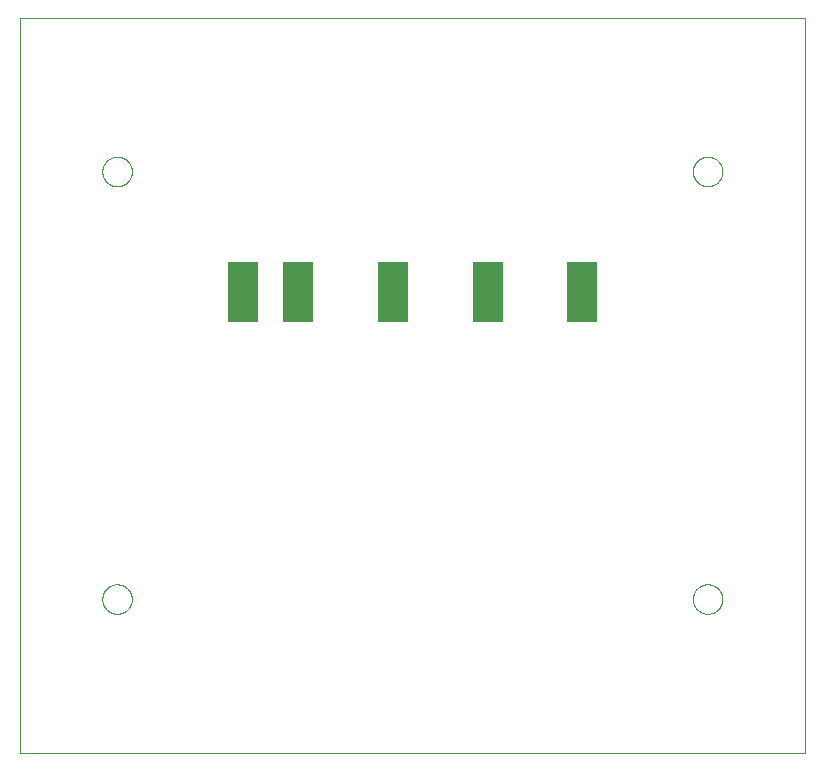
<source format=gbp>
G75*
%MOIN*%
%OFA0B0*%
%FSLAX25Y25*%
%IPPOS*%
%LPD*%
%AMOC8*
5,1,8,0,0,1.08239X$1,22.5*
%
%ADD10C,0.00000*%
%ADD11R,0.10000X0.20000*%
D10*
X0001000Y0010394D02*
X0001000Y0255276D01*
X0262811Y0255276D01*
X0262811Y0010394D01*
X0001000Y0010394D01*
X0028559Y0061575D02*
X0028561Y0061715D01*
X0028567Y0061855D01*
X0028577Y0061994D01*
X0028591Y0062133D01*
X0028609Y0062272D01*
X0028630Y0062410D01*
X0028656Y0062548D01*
X0028686Y0062685D01*
X0028719Y0062820D01*
X0028757Y0062955D01*
X0028798Y0063089D01*
X0028843Y0063222D01*
X0028891Y0063353D01*
X0028944Y0063482D01*
X0029000Y0063611D01*
X0029059Y0063737D01*
X0029123Y0063862D01*
X0029189Y0063985D01*
X0029260Y0064106D01*
X0029333Y0064225D01*
X0029410Y0064342D01*
X0029491Y0064456D01*
X0029574Y0064568D01*
X0029661Y0064678D01*
X0029751Y0064786D01*
X0029843Y0064890D01*
X0029939Y0064992D01*
X0030038Y0065092D01*
X0030139Y0065188D01*
X0030243Y0065282D01*
X0030350Y0065372D01*
X0030459Y0065459D01*
X0030571Y0065544D01*
X0030685Y0065625D01*
X0030801Y0065703D01*
X0030919Y0065777D01*
X0031040Y0065848D01*
X0031162Y0065916D01*
X0031287Y0065980D01*
X0031413Y0066041D01*
X0031540Y0066098D01*
X0031670Y0066151D01*
X0031801Y0066201D01*
X0031933Y0066246D01*
X0032066Y0066289D01*
X0032201Y0066327D01*
X0032336Y0066361D01*
X0032473Y0066392D01*
X0032610Y0066419D01*
X0032748Y0066441D01*
X0032887Y0066460D01*
X0033026Y0066475D01*
X0033165Y0066486D01*
X0033305Y0066493D01*
X0033445Y0066496D01*
X0033585Y0066495D01*
X0033725Y0066490D01*
X0033864Y0066481D01*
X0034004Y0066468D01*
X0034143Y0066451D01*
X0034281Y0066430D01*
X0034419Y0066406D01*
X0034556Y0066377D01*
X0034692Y0066345D01*
X0034827Y0066308D01*
X0034961Y0066268D01*
X0035094Y0066224D01*
X0035225Y0066176D01*
X0035355Y0066125D01*
X0035484Y0066070D01*
X0035611Y0066011D01*
X0035736Y0065948D01*
X0035859Y0065883D01*
X0035981Y0065813D01*
X0036100Y0065740D01*
X0036218Y0065664D01*
X0036333Y0065585D01*
X0036446Y0065502D01*
X0036556Y0065416D01*
X0036664Y0065327D01*
X0036769Y0065235D01*
X0036872Y0065140D01*
X0036972Y0065042D01*
X0037069Y0064942D01*
X0037163Y0064838D01*
X0037255Y0064732D01*
X0037343Y0064624D01*
X0037428Y0064513D01*
X0037510Y0064399D01*
X0037589Y0064283D01*
X0037664Y0064166D01*
X0037736Y0064046D01*
X0037804Y0063924D01*
X0037869Y0063800D01*
X0037931Y0063674D01*
X0037989Y0063547D01*
X0038043Y0063418D01*
X0038094Y0063287D01*
X0038140Y0063155D01*
X0038183Y0063022D01*
X0038223Y0062888D01*
X0038258Y0062753D01*
X0038290Y0062616D01*
X0038317Y0062479D01*
X0038341Y0062341D01*
X0038361Y0062203D01*
X0038377Y0062064D01*
X0038389Y0061924D01*
X0038397Y0061785D01*
X0038401Y0061645D01*
X0038401Y0061505D01*
X0038397Y0061365D01*
X0038389Y0061226D01*
X0038377Y0061086D01*
X0038361Y0060947D01*
X0038341Y0060809D01*
X0038317Y0060671D01*
X0038290Y0060534D01*
X0038258Y0060397D01*
X0038223Y0060262D01*
X0038183Y0060128D01*
X0038140Y0059995D01*
X0038094Y0059863D01*
X0038043Y0059732D01*
X0037989Y0059603D01*
X0037931Y0059476D01*
X0037869Y0059350D01*
X0037804Y0059226D01*
X0037736Y0059104D01*
X0037664Y0058984D01*
X0037589Y0058867D01*
X0037510Y0058751D01*
X0037428Y0058637D01*
X0037343Y0058526D01*
X0037255Y0058418D01*
X0037163Y0058312D01*
X0037069Y0058208D01*
X0036972Y0058108D01*
X0036872Y0058010D01*
X0036769Y0057915D01*
X0036664Y0057823D01*
X0036556Y0057734D01*
X0036446Y0057648D01*
X0036333Y0057565D01*
X0036218Y0057486D01*
X0036100Y0057410D01*
X0035981Y0057337D01*
X0035859Y0057267D01*
X0035736Y0057202D01*
X0035611Y0057139D01*
X0035484Y0057080D01*
X0035355Y0057025D01*
X0035225Y0056974D01*
X0035094Y0056926D01*
X0034961Y0056882D01*
X0034827Y0056842D01*
X0034692Y0056805D01*
X0034556Y0056773D01*
X0034419Y0056744D01*
X0034281Y0056720D01*
X0034143Y0056699D01*
X0034004Y0056682D01*
X0033864Y0056669D01*
X0033725Y0056660D01*
X0033585Y0056655D01*
X0033445Y0056654D01*
X0033305Y0056657D01*
X0033165Y0056664D01*
X0033026Y0056675D01*
X0032887Y0056690D01*
X0032748Y0056709D01*
X0032610Y0056731D01*
X0032473Y0056758D01*
X0032336Y0056789D01*
X0032201Y0056823D01*
X0032066Y0056861D01*
X0031933Y0056904D01*
X0031801Y0056949D01*
X0031670Y0056999D01*
X0031540Y0057052D01*
X0031413Y0057109D01*
X0031287Y0057170D01*
X0031162Y0057234D01*
X0031040Y0057302D01*
X0030919Y0057373D01*
X0030801Y0057447D01*
X0030685Y0057525D01*
X0030571Y0057606D01*
X0030459Y0057691D01*
X0030350Y0057778D01*
X0030243Y0057868D01*
X0030139Y0057962D01*
X0030038Y0058058D01*
X0029939Y0058158D01*
X0029843Y0058260D01*
X0029751Y0058364D01*
X0029661Y0058472D01*
X0029574Y0058582D01*
X0029491Y0058694D01*
X0029410Y0058808D01*
X0029333Y0058925D01*
X0029260Y0059044D01*
X0029189Y0059165D01*
X0029123Y0059288D01*
X0029059Y0059413D01*
X0029000Y0059539D01*
X0028944Y0059668D01*
X0028891Y0059797D01*
X0028843Y0059928D01*
X0028798Y0060061D01*
X0028757Y0060195D01*
X0028719Y0060330D01*
X0028686Y0060465D01*
X0028656Y0060602D01*
X0028630Y0060740D01*
X0028609Y0060878D01*
X0028591Y0061017D01*
X0028577Y0061156D01*
X0028567Y0061295D01*
X0028561Y0061435D01*
X0028559Y0061575D01*
X0028559Y0204094D02*
X0028561Y0204234D01*
X0028567Y0204374D01*
X0028577Y0204513D01*
X0028591Y0204652D01*
X0028609Y0204791D01*
X0028630Y0204929D01*
X0028656Y0205067D01*
X0028686Y0205204D01*
X0028719Y0205339D01*
X0028757Y0205474D01*
X0028798Y0205608D01*
X0028843Y0205741D01*
X0028891Y0205872D01*
X0028944Y0206001D01*
X0029000Y0206130D01*
X0029059Y0206256D01*
X0029123Y0206381D01*
X0029189Y0206504D01*
X0029260Y0206625D01*
X0029333Y0206744D01*
X0029410Y0206861D01*
X0029491Y0206975D01*
X0029574Y0207087D01*
X0029661Y0207197D01*
X0029751Y0207305D01*
X0029843Y0207409D01*
X0029939Y0207511D01*
X0030038Y0207611D01*
X0030139Y0207707D01*
X0030243Y0207801D01*
X0030350Y0207891D01*
X0030459Y0207978D01*
X0030571Y0208063D01*
X0030685Y0208144D01*
X0030801Y0208222D01*
X0030919Y0208296D01*
X0031040Y0208367D01*
X0031162Y0208435D01*
X0031287Y0208499D01*
X0031413Y0208560D01*
X0031540Y0208617D01*
X0031670Y0208670D01*
X0031801Y0208720D01*
X0031933Y0208765D01*
X0032066Y0208808D01*
X0032201Y0208846D01*
X0032336Y0208880D01*
X0032473Y0208911D01*
X0032610Y0208938D01*
X0032748Y0208960D01*
X0032887Y0208979D01*
X0033026Y0208994D01*
X0033165Y0209005D01*
X0033305Y0209012D01*
X0033445Y0209015D01*
X0033585Y0209014D01*
X0033725Y0209009D01*
X0033864Y0209000D01*
X0034004Y0208987D01*
X0034143Y0208970D01*
X0034281Y0208949D01*
X0034419Y0208925D01*
X0034556Y0208896D01*
X0034692Y0208864D01*
X0034827Y0208827D01*
X0034961Y0208787D01*
X0035094Y0208743D01*
X0035225Y0208695D01*
X0035355Y0208644D01*
X0035484Y0208589D01*
X0035611Y0208530D01*
X0035736Y0208467D01*
X0035859Y0208402D01*
X0035981Y0208332D01*
X0036100Y0208259D01*
X0036218Y0208183D01*
X0036333Y0208104D01*
X0036446Y0208021D01*
X0036556Y0207935D01*
X0036664Y0207846D01*
X0036769Y0207754D01*
X0036872Y0207659D01*
X0036972Y0207561D01*
X0037069Y0207461D01*
X0037163Y0207357D01*
X0037255Y0207251D01*
X0037343Y0207143D01*
X0037428Y0207032D01*
X0037510Y0206918D01*
X0037589Y0206802D01*
X0037664Y0206685D01*
X0037736Y0206565D01*
X0037804Y0206443D01*
X0037869Y0206319D01*
X0037931Y0206193D01*
X0037989Y0206066D01*
X0038043Y0205937D01*
X0038094Y0205806D01*
X0038140Y0205674D01*
X0038183Y0205541D01*
X0038223Y0205407D01*
X0038258Y0205272D01*
X0038290Y0205135D01*
X0038317Y0204998D01*
X0038341Y0204860D01*
X0038361Y0204722D01*
X0038377Y0204583D01*
X0038389Y0204443D01*
X0038397Y0204304D01*
X0038401Y0204164D01*
X0038401Y0204024D01*
X0038397Y0203884D01*
X0038389Y0203745D01*
X0038377Y0203605D01*
X0038361Y0203466D01*
X0038341Y0203328D01*
X0038317Y0203190D01*
X0038290Y0203053D01*
X0038258Y0202916D01*
X0038223Y0202781D01*
X0038183Y0202647D01*
X0038140Y0202514D01*
X0038094Y0202382D01*
X0038043Y0202251D01*
X0037989Y0202122D01*
X0037931Y0201995D01*
X0037869Y0201869D01*
X0037804Y0201745D01*
X0037736Y0201623D01*
X0037664Y0201503D01*
X0037589Y0201386D01*
X0037510Y0201270D01*
X0037428Y0201156D01*
X0037343Y0201045D01*
X0037255Y0200937D01*
X0037163Y0200831D01*
X0037069Y0200727D01*
X0036972Y0200627D01*
X0036872Y0200529D01*
X0036769Y0200434D01*
X0036664Y0200342D01*
X0036556Y0200253D01*
X0036446Y0200167D01*
X0036333Y0200084D01*
X0036218Y0200005D01*
X0036100Y0199929D01*
X0035981Y0199856D01*
X0035859Y0199786D01*
X0035736Y0199721D01*
X0035611Y0199658D01*
X0035484Y0199599D01*
X0035355Y0199544D01*
X0035225Y0199493D01*
X0035094Y0199445D01*
X0034961Y0199401D01*
X0034827Y0199361D01*
X0034692Y0199324D01*
X0034556Y0199292D01*
X0034419Y0199263D01*
X0034281Y0199239D01*
X0034143Y0199218D01*
X0034004Y0199201D01*
X0033864Y0199188D01*
X0033725Y0199179D01*
X0033585Y0199174D01*
X0033445Y0199173D01*
X0033305Y0199176D01*
X0033165Y0199183D01*
X0033026Y0199194D01*
X0032887Y0199209D01*
X0032748Y0199228D01*
X0032610Y0199250D01*
X0032473Y0199277D01*
X0032336Y0199308D01*
X0032201Y0199342D01*
X0032066Y0199380D01*
X0031933Y0199423D01*
X0031801Y0199468D01*
X0031670Y0199518D01*
X0031540Y0199571D01*
X0031413Y0199628D01*
X0031287Y0199689D01*
X0031162Y0199753D01*
X0031040Y0199821D01*
X0030919Y0199892D01*
X0030801Y0199966D01*
X0030685Y0200044D01*
X0030571Y0200125D01*
X0030459Y0200210D01*
X0030350Y0200297D01*
X0030243Y0200387D01*
X0030139Y0200481D01*
X0030038Y0200577D01*
X0029939Y0200677D01*
X0029843Y0200779D01*
X0029751Y0200883D01*
X0029661Y0200991D01*
X0029574Y0201101D01*
X0029491Y0201213D01*
X0029410Y0201327D01*
X0029333Y0201444D01*
X0029260Y0201563D01*
X0029189Y0201684D01*
X0029123Y0201807D01*
X0029059Y0201932D01*
X0029000Y0202058D01*
X0028944Y0202187D01*
X0028891Y0202316D01*
X0028843Y0202447D01*
X0028798Y0202580D01*
X0028757Y0202714D01*
X0028719Y0202849D01*
X0028686Y0202984D01*
X0028656Y0203121D01*
X0028630Y0203259D01*
X0028609Y0203397D01*
X0028591Y0203536D01*
X0028577Y0203675D01*
X0028567Y0203814D01*
X0028561Y0203954D01*
X0028559Y0204094D01*
X0225410Y0204094D02*
X0225412Y0204234D01*
X0225418Y0204374D01*
X0225428Y0204513D01*
X0225442Y0204652D01*
X0225460Y0204791D01*
X0225481Y0204929D01*
X0225507Y0205067D01*
X0225537Y0205204D01*
X0225570Y0205339D01*
X0225608Y0205474D01*
X0225649Y0205608D01*
X0225694Y0205741D01*
X0225742Y0205872D01*
X0225795Y0206001D01*
X0225851Y0206130D01*
X0225910Y0206256D01*
X0225974Y0206381D01*
X0226040Y0206504D01*
X0226111Y0206625D01*
X0226184Y0206744D01*
X0226261Y0206861D01*
X0226342Y0206975D01*
X0226425Y0207087D01*
X0226512Y0207197D01*
X0226602Y0207305D01*
X0226694Y0207409D01*
X0226790Y0207511D01*
X0226889Y0207611D01*
X0226990Y0207707D01*
X0227094Y0207801D01*
X0227201Y0207891D01*
X0227310Y0207978D01*
X0227422Y0208063D01*
X0227536Y0208144D01*
X0227652Y0208222D01*
X0227770Y0208296D01*
X0227891Y0208367D01*
X0228013Y0208435D01*
X0228138Y0208499D01*
X0228264Y0208560D01*
X0228391Y0208617D01*
X0228521Y0208670D01*
X0228652Y0208720D01*
X0228784Y0208765D01*
X0228917Y0208808D01*
X0229052Y0208846D01*
X0229187Y0208880D01*
X0229324Y0208911D01*
X0229461Y0208938D01*
X0229599Y0208960D01*
X0229738Y0208979D01*
X0229877Y0208994D01*
X0230016Y0209005D01*
X0230156Y0209012D01*
X0230296Y0209015D01*
X0230436Y0209014D01*
X0230576Y0209009D01*
X0230715Y0209000D01*
X0230855Y0208987D01*
X0230994Y0208970D01*
X0231132Y0208949D01*
X0231270Y0208925D01*
X0231407Y0208896D01*
X0231543Y0208864D01*
X0231678Y0208827D01*
X0231812Y0208787D01*
X0231945Y0208743D01*
X0232076Y0208695D01*
X0232206Y0208644D01*
X0232335Y0208589D01*
X0232462Y0208530D01*
X0232587Y0208467D01*
X0232710Y0208402D01*
X0232832Y0208332D01*
X0232951Y0208259D01*
X0233069Y0208183D01*
X0233184Y0208104D01*
X0233297Y0208021D01*
X0233407Y0207935D01*
X0233515Y0207846D01*
X0233620Y0207754D01*
X0233723Y0207659D01*
X0233823Y0207561D01*
X0233920Y0207461D01*
X0234014Y0207357D01*
X0234106Y0207251D01*
X0234194Y0207143D01*
X0234279Y0207032D01*
X0234361Y0206918D01*
X0234440Y0206802D01*
X0234515Y0206685D01*
X0234587Y0206565D01*
X0234655Y0206443D01*
X0234720Y0206319D01*
X0234782Y0206193D01*
X0234840Y0206066D01*
X0234894Y0205937D01*
X0234945Y0205806D01*
X0234991Y0205674D01*
X0235034Y0205541D01*
X0235074Y0205407D01*
X0235109Y0205272D01*
X0235141Y0205135D01*
X0235168Y0204998D01*
X0235192Y0204860D01*
X0235212Y0204722D01*
X0235228Y0204583D01*
X0235240Y0204443D01*
X0235248Y0204304D01*
X0235252Y0204164D01*
X0235252Y0204024D01*
X0235248Y0203884D01*
X0235240Y0203745D01*
X0235228Y0203605D01*
X0235212Y0203466D01*
X0235192Y0203328D01*
X0235168Y0203190D01*
X0235141Y0203053D01*
X0235109Y0202916D01*
X0235074Y0202781D01*
X0235034Y0202647D01*
X0234991Y0202514D01*
X0234945Y0202382D01*
X0234894Y0202251D01*
X0234840Y0202122D01*
X0234782Y0201995D01*
X0234720Y0201869D01*
X0234655Y0201745D01*
X0234587Y0201623D01*
X0234515Y0201503D01*
X0234440Y0201386D01*
X0234361Y0201270D01*
X0234279Y0201156D01*
X0234194Y0201045D01*
X0234106Y0200937D01*
X0234014Y0200831D01*
X0233920Y0200727D01*
X0233823Y0200627D01*
X0233723Y0200529D01*
X0233620Y0200434D01*
X0233515Y0200342D01*
X0233407Y0200253D01*
X0233297Y0200167D01*
X0233184Y0200084D01*
X0233069Y0200005D01*
X0232951Y0199929D01*
X0232832Y0199856D01*
X0232710Y0199786D01*
X0232587Y0199721D01*
X0232462Y0199658D01*
X0232335Y0199599D01*
X0232206Y0199544D01*
X0232076Y0199493D01*
X0231945Y0199445D01*
X0231812Y0199401D01*
X0231678Y0199361D01*
X0231543Y0199324D01*
X0231407Y0199292D01*
X0231270Y0199263D01*
X0231132Y0199239D01*
X0230994Y0199218D01*
X0230855Y0199201D01*
X0230715Y0199188D01*
X0230576Y0199179D01*
X0230436Y0199174D01*
X0230296Y0199173D01*
X0230156Y0199176D01*
X0230016Y0199183D01*
X0229877Y0199194D01*
X0229738Y0199209D01*
X0229599Y0199228D01*
X0229461Y0199250D01*
X0229324Y0199277D01*
X0229187Y0199308D01*
X0229052Y0199342D01*
X0228917Y0199380D01*
X0228784Y0199423D01*
X0228652Y0199468D01*
X0228521Y0199518D01*
X0228391Y0199571D01*
X0228264Y0199628D01*
X0228138Y0199689D01*
X0228013Y0199753D01*
X0227891Y0199821D01*
X0227770Y0199892D01*
X0227652Y0199966D01*
X0227536Y0200044D01*
X0227422Y0200125D01*
X0227310Y0200210D01*
X0227201Y0200297D01*
X0227094Y0200387D01*
X0226990Y0200481D01*
X0226889Y0200577D01*
X0226790Y0200677D01*
X0226694Y0200779D01*
X0226602Y0200883D01*
X0226512Y0200991D01*
X0226425Y0201101D01*
X0226342Y0201213D01*
X0226261Y0201327D01*
X0226184Y0201444D01*
X0226111Y0201563D01*
X0226040Y0201684D01*
X0225974Y0201807D01*
X0225910Y0201932D01*
X0225851Y0202058D01*
X0225795Y0202187D01*
X0225742Y0202316D01*
X0225694Y0202447D01*
X0225649Y0202580D01*
X0225608Y0202714D01*
X0225570Y0202849D01*
X0225537Y0202984D01*
X0225507Y0203121D01*
X0225481Y0203259D01*
X0225460Y0203397D01*
X0225442Y0203536D01*
X0225428Y0203675D01*
X0225418Y0203814D01*
X0225412Y0203954D01*
X0225410Y0204094D01*
X0225410Y0061575D02*
X0225412Y0061715D01*
X0225418Y0061855D01*
X0225428Y0061994D01*
X0225442Y0062133D01*
X0225460Y0062272D01*
X0225481Y0062410D01*
X0225507Y0062548D01*
X0225537Y0062685D01*
X0225570Y0062820D01*
X0225608Y0062955D01*
X0225649Y0063089D01*
X0225694Y0063222D01*
X0225742Y0063353D01*
X0225795Y0063482D01*
X0225851Y0063611D01*
X0225910Y0063737D01*
X0225974Y0063862D01*
X0226040Y0063985D01*
X0226111Y0064106D01*
X0226184Y0064225D01*
X0226261Y0064342D01*
X0226342Y0064456D01*
X0226425Y0064568D01*
X0226512Y0064678D01*
X0226602Y0064786D01*
X0226694Y0064890D01*
X0226790Y0064992D01*
X0226889Y0065092D01*
X0226990Y0065188D01*
X0227094Y0065282D01*
X0227201Y0065372D01*
X0227310Y0065459D01*
X0227422Y0065544D01*
X0227536Y0065625D01*
X0227652Y0065703D01*
X0227770Y0065777D01*
X0227891Y0065848D01*
X0228013Y0065916D01*
X0228138Y0065980D01*
X0228264Y0066041D01*
X0228391Y0066098D01*
X0228521Y0066151D01*
X0228652Y0066201D01*
X0228784Y0066246D01*
X0228917Y0066289D01*
X0229052Y0066327D01*
X0229187Y0066361D01*
X0229324Y0066392D01*
X0229461Y0066419D01*
X0229599Y0066441D01*
X0229738Y0066460D01*
X0229877Y0066475D01*
X0230016Y0066486D01*
X0230156Y0066493D01*
X0230296Y0066496D01*
X0230436Y0066495D01*
X0230576Y0066490D01*
X0230715Y0066481D01*
X0230855Y0066468D01*
X0230994Y0066451D01*
X0231132Y0066430D01*
X0231270Y0066406D01*
X0231407Y0066377D01*
X0231543Y0066345D01*
X0231678Y0066308D01*
X0231812Y0066268D01*
X0231945Y0066224D01*
X0232076Y0066176D01*
X0232206Y0066125D01*
X0232335Y0066070D01*
X0232462Y0066011D01*
X0232587Y0065948D01*
X0232710Y0065883D01*
X0232832Y0065813D01*
X0232951Y0065740D01*
X0233069Y0065664D01*
X0233184Y0065585D01*
X0233297Y0065502D01*
X0233407Y0065416D01*
X0233515Y0065327D01*
X0233620Y0065235D01*
X0233723Y0065140D01*
X0233823Y0065042D01*
X0233920Y0064942D01*
X0234014Y0064838D01*
X0234106Y0064732D01*
X0234194Y0064624D01*
X0234279Y0064513D01*
X0234361Y0064399D01*
X0234440Y0064283D01*
X0234515Y0064166D01*
X0234587Y0064046D01*
X0234655Y0063924D01*
X0234720Y0063800D01*
X0234782Y0063674D01*
X0234840Y0063547D01*
X0234894Y0063418D01*
X0234945Y0063287D01*
X0234991Y0063155D01*
X0235034Y0063022D01*
X0235074Y0062888D01*
X0235109Y0062753D01*
X0235141Y0062616D01*
X0235168Y0062479D01*
X0235192Y0062341D01*
X0235212Y0062203D01*
X0235228Y0062064D01*
X0235240Y0061924D01*
X0235248Y0061785D01*
X0235252Y0061645D01*
X0235252Y0061505D01*
X0235248Y0061365D01*
X0235240Y0061226D01*
X0235228Y0061086D01*
X0235212Y0060947D01*
X0235192Y0060809D01*
X0235168Y0060671D01*
X0235141Y0060534D01*
X0235109Y0060397D01*
X0235074Y0060262D01*
X0235034Y0060128D01*
X0234991Y0059995D01*
X0234945Y0059863D01*
X0234894Y0059732D01*
X0234840Y0059603D01*
X0234782Y0059476D01*
X0234720Y0059350D01*
X0234655Y0059226D01*
X0234587Y0059104D01*
X0234515Y0058984D01*
X0234440Y0058867D01*
X0234361Y0058751D01*
X0234279Y0058637D01*
X0234194Y0058526D01*
X0234106Y0058418D01*
X0234014Y0058312D01*
X0233920Y0058208D01*
X0233823Y0058108D01*
X0233723Y0058010D01*
X0233620Y0057915D01*
X0233515Y0057823D01*
X0233407Y0057734D01*
X0233297Y0057648D01*
X0233184Y0057565D01*
X0233069Y0057486D01*
X0232951Y0057410D01*
X0232832Y0057337D01*
X0232710Y0057267D01*
X0232587Y0057202D01*
X0232462Y0057139D01*
X0232335Y0057080D01*
X0232206Y0057025D01*
X0232076Y0056974D01*
X0231945Y0056926D01*
X0231812Y0056882D01*
X0231678Y0056842D01*
X0231543Y0056805D01*
X0231407Y0056773D01*
X0231270Y0056744D01*
X0231132Y0056720D01*
X0230994Y0056699D01*
X0230855Y0056682D01*
X0230715Y0056669D01*
X0230576Y0056660D01*
X0230436Y0056655D01*
X0230296Y0056654D01*
X0230156Y0056657D01*
X0230016Y0056664D01*
X0229877Y0056675D01*
X0229738Y0056690D01*
X0229599Y0056709D01*
X0229461Y0056731D01*
X0229324Y0056758D01*
X0229187Y0056789D01*
X0229052Y0056823D01*
X0228917Y0056861D01*
X0228784Y0056904D01*
X0228652Y0056949D01*
X0228521Y0056999D01*
X0228391Y0057052D01*
X0228264Y0057109D01*
X0228138Y0057170D01*
X0228013Y0057234D01*
X0227891Y0057302D01*
X0227770Y0057373D01*
X0227652Y0057447D01*
X0227536Y0057525D01*
X0227422Y0057606D01*
X0227310Y0057691D01*
X0227201Y0057778D01*
X0227094Y0057868D01*
X0226990Y0057962D01*
X0226889Y0058058D01*
X0226790Y0058158D01*
X0226694Y0058260D01*
X0226602Y0058364D01*
X0226512Y0058472D01*
X0226425Y0058582D01*
X0226342Y0058694D01*
X0226261Y0058808D01*
X0226184Y0058925D01*
X0226111Y0059044D01*
X0226040Y0059165D01*
X0225974Y0059288D01*
X0225910Y0059413D01*
X0225851Y0059539D01*
X0225795Y0059668D01*
X0225742Y0059797D01*
X0225694Y0059928D01*
X0225649Y0060061D01*
X0225608Y0060195D01*
X0225570Y0060330D01*
X0225537Y0060465D01*
X0225507Y0060602D01*
X0225481Y0060740D01*
X0225460Y0060878D01*
X0225442Y0061017D01*
X0225428Y0061156D01*
X0225418Y0061295D01*
X0225412Y0061435D01*
X0225410Y0061575D01*
D11*
X0188402Y0163937D03*
X0157102Y0163937D03*
X0125409Y0163937D03*
X0093913Y0163937D03*
X0075409Y0163937D03*
M02*

</source>
